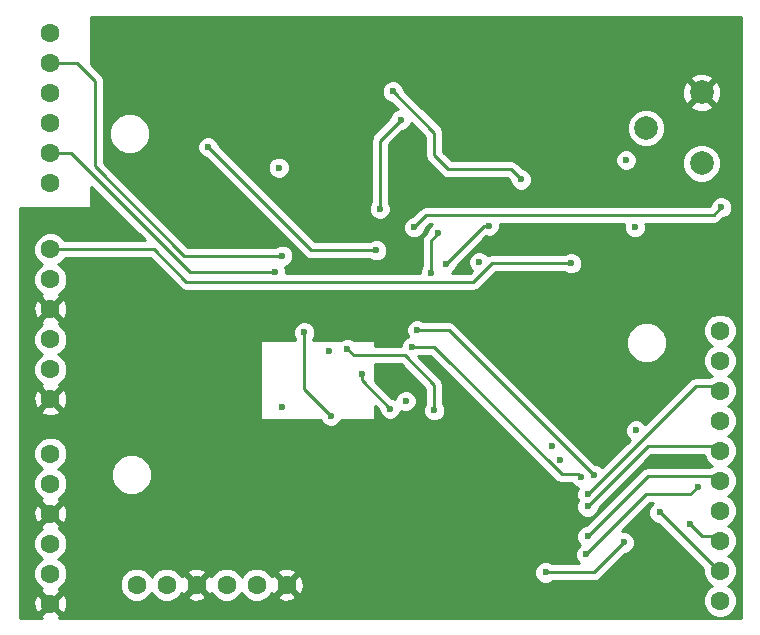
<source format=gbr>
G04 #@! TF.FileFunction,Copper,L4,Bot,Signal*
%FSLAX46Y46*%
G04 Gerber Fmt 4.6, Leading zero omitted, Abs format (unit mm)*
G04 Created by KiCad (PCBNEW 4.0.2-stable) date 3/8/2017 2:36:32 PM*
%MOMM*%
G01*
G04 APERTURE LIST*
%ADD10C,0.100000*%
%ADD11C,1.600000*%
%ADD12C,2.000000*%
%ADD13C,0.600000*%
%ADD14C,0.250000*%
%ADD15C,0.254000*%
G04 APERTURE END LIST*
D10*
D11*
X37000000Y-81800000D03*
X34460000Y-81800000D03*
X31920000Y-81800000D03*
X29380000Y-81800000D03*
X26840000Y-81800000D03*
X24300000Y-81800000D03*
X17000000Y-47800000D03*
X17000000Y-45260000D03*
X17000000Y-42720000D03*
X17000000Y-40180000D03*
X17000000Y-37640000D03*
X17000000Y-35100000D03*
X17000000Y-66100000D03*
X17000000Y-63560000D03*
X17000000Y-61020000D03*
X17000000Y-58480000D03*
X17000000Y-55940000D03*
X17000000Y-53400000D03*
X17000000Y-83400000D03*
X17000000Y-80860000D03*
X17000000Y-78320000D03*
X17000000Y-75780000D03*
X17000000Y-73240000D03*
X17000000Y-70700000D03*
X73700000Y-78080000D03*
X73700000Y-80620000D03*
X73700000Y-83160000D03*
X73700000Y-60300000D03*
X73700000Y-62840000D03*
X73700000Y-65380000D03*
X73700000Y-67920000D03*
X73700000Y-70460000D03*
X73700000Y-73000000D03*
X73700000Y-75540000D03*
D12*
X72136000Y-46132000D03*
X67436000Y-43132000D03*
X72136000Y-40132000D03*
D13*
X56850000Y-47500000D03*
X46000000Y-40050000D03*
X60150000Y-71250000D03*
X54600000Y-71250000D03*
X58750000Y-53700000D03*
X39850000Y-44250000D03*
X40600000Y-62000000D03*
X43600000Y-54500000D03*
X63100000Y-66750000D03*
X51650000Y-47650000D03*
X47250000Y-64550000D03*
X36350000Y-46500000D03*
X65750000Y-45850000D03*
X66500000Y-51550000D03*
X36600000Y-66800000D03*
X66600000Y-68750000D03*
X59436000Y-70104000D03*
X53300000Y-54500000D03*
X47100000Y-66250000D03*
X61100000Y-54600000D03*
X44600000Y-53500000D03*
X30350000Y-44750000D03*
X43350000Y-63950000D03*
X45750000Y-66900000D03*
X42150000Y-61850000D03*
X49500000Y-67050000D03*
X40750000Y-67500000D03*
X38500000Y-60450000D03*
X36050000Y-55350000D03*
X36650000Y-53950000D03*
X71120000Y-76708000D03*
X68580000Y-75692000D03*
X62484000Y-74168000D03*
X62350000Y-79250000D03*
X71850000Y-73500000D03*
X62484000Y-75184000D03*
X62484000Y-77724000D03*
X47800000Y-51550000D03*
X73800000Y-49850000D03*
X48050000Y-60250000D03*
X63000000Y-72500000D03*
X61900000Y-72700000D03*
X47650000Y-61650000D03*
X49200000Y-55400000D03*
X49850000Y-52050000D03*
X54150000Y-51400000D03*
X50500000Y-54650000D03*
X44900000Y-50000000D03*
X46650000Y-42450000D03*
X65532000Y-78232000D03*
X58928000Y-80772000D03*
D14*
X56000000Y-46650000D02*
X56850000Y-47500000D01*
X50700000Y-46650000D02*
X56000000Y-46650000D01*
X49500000Y-45450000D02*
X50700000Y-46650000D01*
X49500000Y-43550000D02*
X49500000Y-45450000D01*
X46000000Y-40050000D02*
X49500000Y-43550000D01*
X61100000Y-54600000D02*
X54400000Y-54600000D01*
X25740000Y-53400000D02*
X17000000Y-53400000D01*
X28530000Y-56190000D02*
X25740000Y-53400000D01*
X52810000Y-56190000D02*
X28530000Y-56190000D01*
X54400000Y-54600000D02*
X52810000Y-56190000D01*
X17000000Y-61020000D02*
X17000000Y-61000000D01*
X39100000Y-53500000D02*
X44600000Y-53500000D01*
X30350000Y-44750000D02*
X39100000Y-53500000D01*
X43350000Y-64500000D02*
X43350000Y-63950000D01*
X45750000Y-66900000D02*
X43350000Y-64500000D01*
X42700000Y-62400000D02*
X42150000Y-61850000D01*
X47000000Y-62400000D02*
X42700000Y-62400000D01*
X49500000Y-64900000D02*
X47000000Y-62400000D01*
X49500000Y-66000000D02*
X49500000Y-64900000D01*
X49500000Y-67050000D02*
X49500000Y-66000000D01*
X40750000Y-67500000D02*
X38500000Y-65250000D01*
X38500000Y-65250000D02*
X38500000Y-60450000D01*
X17000000Y-45260000D02*
X18710000Y-45260000D01*
X28800000Y-55350000D02*
X36050000Y-55350000D01*
X18710000Y-45260000D02*
X28800000Y-55350000D01*
X17000000Y-37640000D02*
X19290000Y-37640000D01*
X28350000Y-53950000D02*
X36650000Y-53950000D01*
X20800000Y-46400000D02*
X28350000Y-53950000D01*
X20800000Y-39150000D02*
X20800000Y-46400000D01*
X19290000Y-37640000D02*
X20800000Y-39150000D01*
X72136000Y-77724000D02*
X73660000Y-77724000D01*
X71120000Y-76708000D02*
X72136000Y-77724000D01*
X68580000Y-75692000D02*
X73152000Y-80264000D01*
X73152000Y-80264000D02*
X73660000Y-80264000D01*
X71628000Y-65024000D02*
X73660000Y-65024000D01*
X62484000Y-74168000D02*
X71628000Y-65024000D01*
X68850000Y-74168000D02*
X68580000Y-74168000D01*
X62350000Y-79250000D02*
X67432000Y-74168000D01*
X68580000Y-74168000D02*
X67432000Y-74168000D01*
X71850000Y-73500000D02*
X71182000Y-74168000D01*
X71182000Y-74168000D02*
X68850000Y-74168000D01*
X68850000Y-74168000D02*
X68768000Y-74168000D01*
X67564000Y-70104000D02*
X73660000Y-70104000D01*
X62484000Y-75184000D02*
X67564000Y-70104000D01*
X67564000Y-72644000D02*
X73660000Y-72644000D01*
X62484000Y-77724000D02*
X67564000Y-72644000D01*
X48850000Y-50500000D02*
X47800000Y-51550000D01*
X73150000Y-50500000D02*
X48850000Y-50500000D01*
X73800000Y-49850000D02*
X73150000Y-50500000D01*
X50750000Y-60250000D02*
X48050000Y-60250000D01*
X63000000Y-72500000D02*
X50750000Y-60250000D01*
X61900000Y-72700000D02*
X61650000Y-72450000D01*
X61650000Y-72450000D02*
X60300000Y-72450000D01*
X60300000Y-72450000D02*
X49500000Y-61650000D01*
X49500000Y-61650000D02*
X47650000Y-61650000D01*
X49200000Y-52700000D02*
X49200000Y-55400000D01*
X49850000Y-52050000D02*
X49200000Y-52700000D01*
X53750000Y-51400000D02*
X54150000Y-51400000D01*
X50500000Y-54650000D02*
X53750000Y-51400000D01*
X44900000Y-44200000D02*
X44900000Y-50000000D01*
X46650000Y-42450000D02*
X44900000Y-44200000D01*
X65532000Y-78232000D02*
X62992000Y-80772000D01*
X62992000Y-80772000D02*
X58928000Y-80772000D01*
D15*
G36*
X75473000Y-84659000D02*
X17741606Y-84659000D01*
X17754005Y-84653864D01*
X17828139Y-84407745D01*
X17000000Y-83579605D01*
X16171861Y-84407745D01*
X16245995Y-84653864D01*
X16260284Y-84659000D01*
X14401000Y-84659000D01*
X14401000Y-83183223D01*
X15553035Y-83183223D01*
X15580222Y-83753454D01*
X15746136Y-84154005D01*
X15992255Y-84228139D01*
X16820395Y-83400000D01*
X17179605Y-83400000D01*
X18007745Y-84228139D01*
X18253864Y-84154005D01*
X18446965Y-83616777D01*
X18419778Y-83046546D01*
X18253864Y-82645995D01*
X18007745Y-82571861D01*
X17179605Y-83400000D01*
X16820395Y-83400000D01*
X15992255Y-82571861D01*
X15746136Y-82645995D01*
X15553035Y-83183223D01*
X14401000Y-83183223D01*
X14401000Y-78604187D01*
X15564752Y-78604187D01*
X15782757Y-79131800D01*
X16186077Y-79535824D01*
X16316215Y-79589862D01*
X16188200Y-79642757D01*
X15784176Y-80046077D01*
X15565250Y-80573309D01*
X15564752Y-81144187D01*
X15782757Y-81671800D01*
X16186077Y-82075824D01*
X16300768Y-82123448D01*
X16245995Y-82146136D01*
X16171861Y-82392255D01*
X17000000Y-83220395D01*
X17828139Y-82392255D01*
X17754005Y-82146136D01*
X17695746Y-82125195D01*
X17794994Y-82084187D01*
X22864752Y-82084187D01*
X23082757Y-82611800D01*
X23486077Y-83015824D01*
X24013309Y-83234750D01*
X24584187Y-83235248D01*
X25111800Y-83017243D01*
X25515824Y-82613923D01*
X25569862Y-82483785D01*
X25622757Y-82611800D01*
X26026077Y-83015824D01*
X26553309Y-83234750D01*
X27124187Y-83235248D01*
X27651800Y-83017243D01*
X27861663Y-82807745D01*
X28551861Y-82807745D01*
X28625995Y-83053864D01*
X29163223Y-83246965D01*
X29733454Y-83219778D01*
X30134005Y-83053864D01*
X30208139Y-82807745D01*
X29380000Y-81979605D01*
X28551861Y-82807745D01*
X27861663Y-82807745D01*
X28055824Y-82613923D01*
X28103448Y-82499232D01*
X28126136Y-82554005D01*
X28372255Y-82628139D01*
X29200395Y-81800000D01*
X29559605Y-81800000D01*
X30387745Y-82628139D01*
X30633864Y-82554005D01*
X30654805Y-82495746D01*
X30702757Y-82611800D01*
X31106077Y-83015824D01*
X31633309Y-83234750D01*
X32204187Y-83235248D01*
X32731800Y-83017243D01*
X33135824Y-82613923D01*
X33189862Y-82483785D01*
X33242757Y-82611800D01*
X33646077Y-83015824D01*
X34173309Y-83234750D01*
X34744187Y-83235248D01*
X35271800Y-83017243D01*
X35481663Y-82807745D01*
X36171861Y-82807745D01*
X36245995Y-83053864D01*
X36783223Y-83246965D01*
X37353454Y-83219778D01*
X37754005Y-83053864D01*
X37828139Y-82807745D01*
X37000000Y-81979605D01*
X36171861Y-82807745D01*
X35481663Y-82807745D01*
X35675824Y-82613923D01*
X35723448Y-82499232D01*
X35746136Y-82554005D01*
X35992255Y-82628139D01*
X36820395Y-81800000D01*
X37179605Y-81800000D01*
X38007745Y-82628139D01*
X38253864Y-82554005D01*
X38446965Y-82016777D01*
X38419778Y-81446546D01*
X38253864Y-81045995D01*
X38007745Y-80971861D01*
X37179605Y-81800000D01*
X36820395Y-81800000D01*
X35992255Y-80971861D01*
X35746136Y-81045995D01*
X35725195Y-81104254D01*
X35677243Y-80988200D01*
X35481640Y-80792255D01*
X36171861Y-80792255D01*
X37000000Y-81620395D01*
X37828139Y-80792255D01*
X37754005Y-80546136D01*
X37216777Y-80353035D01*
X36646546Y-80380222D01*
X36245995Y-80546136D01*
X36171861Y-80792255D01*
X35481640Y-80792255D01*
X35273923Y-80584176D01*
X34746691Y-80365250D01*
X34175813Y-80364752D01*
X33648200Y-80582757D01*
X33244176Y-80986077D01*
X33190138Y-81116215D01*
X33137243Y-80988200D01*
X32733923Y-80584176D01*
X32206691Y-80365250D01*
X31635813Y-80364752D01*
X31108200Y-80582757D01*
X30704176Y-80986077D01*
X30656552Y-81100768D01*
X30633864Y-81045995D01*
X30387745Y-80971861D01*
X29559605Y-81800000D01*
X29200395Y-81800000D01*
X28372255Y-80971861D01*
X28126136Y-81045995D01*
X28105195Y-81104254D01*
X28057243Y-80988200D01*
X27861640Y-80792255D01*
X28551861Y-80792255D01*
X29380000Y-81620395D01*
X30208139Y-80792255D01*
X30134005Y-80546136D01*
X29596777Y-80353035D01*
X29026546Y-80380222D01*
X28625995Y-80546136D01*
X28551861Y-80792255D01*
X27861640Y-80792255D01*
X27653923Y-80584176D01*
X27126691Y-80365250D01*
X26555813Y-80364752D01*
X26028200Y-80582757D01*
X25624176Y-80986077D01*
X25570138Y-81116215D01*
X25517243Y-80988200D01*
X25113923Y-80584176D01*
X24586691Y-80365250D01*
X24015813Y-80364752D01*
X23488200Y-80582757D01*
X23084176Y-80986077D01*
X22865250Y-81513309D01*
X22864752Y-82084187D01*
X17794994Y-82084187D01*
X17811800Y-82077243D01*
X18215824Y-81673923D01*
X18434750Y-81146691D01*
X18435248Y-80575813D01*
X18217243Y-80048200D01*
X17813923Y-79644176D01*
X17683785Y-79590138D01*
X17811800Y-79537243D01*
X18215824Y-79133923D01*
X18434750Y-78606691D01*
X18435248Y-78035813D01*
X18217243Y-77508200D01*
X17813923Y-77104176D01*
X17699232Y-77056552D01*
X17754005Y-77033864D01*
X17828139Y-76787745D01*
X17000000Y-75959605D01*
X16171861Y-76787745D01*
X16245995Y-77033864D01*
X16304254Y-77054805D01*
X16188200Y-77102757D01*
X15784176Y-77506077D01*
X15565250Y-78033309D01*
X15564752Y-78604187D01*
X14401000Y-78604187D01*
X14401000Y-75563223D01*
X15553035Y-75563223D01*
X15580222Y-76133454D01*
X15746136Y-76534005D01*
X15992255Y-76608139D01*
X16820395Y-75780000D01*
X17179605Y-75780000D01*
X18007745Y-76608139D01*
X18253864Y-76534005D01*
X18446965Y-75996777D01*
X18419778Y-75426546D01*
X18253864Y-75025995D01*
X18007745Y-74951861D01*
X17179605Y-75780000D01*
X16820395Y-75780000D01*
X15992255Y-74951861D01*
X15746136Y-75025995D01*
X15553035Y-75563223D01*
X14401000Y-75563223D01*
X14401000Y-70984187D01*
X15564752Y-70984187D01*
X15782757Y-71511800D01*
X16186077Y-71915824D01*
X16316215Y-71969862D01*
X16188200Y-72022757D01*
X15784176Y-72426077D01*
X15565250Y-72953309D01*
X15564752Y-73524187D01*
X15782757Y-74051800D01*
X16186077Y-74455824D01*
X16300768Y-74503448D01*
X16245995Y-74526136D01*
X16171861Y-74772255D01*
X17000000Y-75600395D01*
X17828139Y-74772255D01*
X17754005Y-74526136D01*
X17695746Y-74505195D01*
X17811800Y-74457243D01*
X18215824Y-74053923D01*
X18434750Y-73526691D01*
X18435248Y-72955813D01*
X18388883Y-72843599D01*
X22114699Y-72843599D01*
X22378281Y-73481515D01*
X22865918Y-73970004D01*
X23503373Y-74234699D01*
X24193599Y-74235301D01*
X24831515Y-73971719D01*
X25320004Y-73484082D01*
X25584699Y-72846627D01*
X25585301Y-72156401D01*
X25321719Y-71518485D01*
X24834082Y-71029996D01*
X24196627Y-70765301D01*
X23506401Y-70764699D01*
X22868485Y-71028281D01*
X22379996Y-71515918D01*
X22115301Y-72153373D01*
X22114699Y-72843599D01*
X18388883Y-72843599D01*
X18217243Y-72428200D01*
X17813923Y-72024176D01*
X17683785Y-71970138D01*
X17811800Y-71917243D01*
X18215824Y-71513923D01*
X18434750Y-70986691D01*
X18435248Y-70415813D01*
X18217243Y-69888200D01*
X17813923Y-69484176D01*
X17286691Y-69265250D01*
X16715813Y-69264752D01*
X16188200Y-69482757D01*
X15784176Y-69886077D01*
X15565250Y-70413309D01*
X15564752Y-70984187D01*
X14401000Y-70984187D01*
X14401000Y-67107745D01*
X16171861Y-67107745D01*
X16245995Y-67353864D01*
X16783223Y-67546965D01*
X17353454Y-67519778D01*
X17754005Y-67353864D01*
X17828139Y-67107745D01*
X17000000Y-66279605D01*
X16171861Y-67107745D01*
X14401000Y-67107745D01*
X14401000Y-65883223D01*
X15553035Y-65883223D01*
X15580222Y-66453454D01*
X15746136Y-66854005D01*
X15992255Y-66928139D01*
X16820395Y-66100000D01*
X17179605Y-66100000D01*
X18007745Y-66928139D01*
X18253864Y-66854005D01*
X18446965Y-66316777D01*
X18419778Y-65746546D01*
X18253864Y-65345995D01*
X18007745Y-65271861D01*
X17179605Y-66100000D01*
X16820395Y-66100000D01*
X15992255Y-65271861D01*
X15746136Y-65345995D01*
X15553035Y-65883223D01*
X14401000Y-65883223D01*
X14401000Y-61304187D01*
X15564752Y-61304187D01*
X15782757Y-61831800D01*
X16186077Y-62235824D01*
X16316215Y-62289862D01*
X16188200Y-62342757D01*
X15784176Y-62746077D01*
X15565250Y-63273309D01*
X15564752Y-63844187D01*
X15782757Y-64371800D01*
X16186077Y-64775824D01*
X16300768Y-64823448D01*
X16245995Y-64846136D01*
X16171861Y-65092255D01*
X17000000Y-65920395D01*
X17828139Y-65092255D01*
X17754005Y-64846136D01*
X17695746Y-64825195D01*
X17811800Y-64777243D01*
X18215824Y-64373923D01*
X18434750Y-63846691D01*
X18435248Y-63275813D01*
X18217243Y-62748200D01*
X17813923Y-62344176D01*
X17683785Y-62290138D01*
X17811800Y-62237243D01*
X18215824Y-61833923D01*
X18434750Y-61306691D01*
X18434799Y-61250000D01*
X34723000Y-61250000D01*
X34723000Y-67750000D01*
X34733006Y-67799410D01*
X34761447Y-67841035D01*
X34803841Y-67868315D01*
X34850000Y-67877000D01*
X39894102Y-67877000D01*
X39956883Y-68028943D01*
X40219673Y-68292192D01*
X40563201Y-68434838D01*
X40935167Y-68435162D01*
X41278943Y-68293117D01*
X41542192Y-68030327D01*
X41605859Y-67877000D01*
X44350000Y-67877000D01*
X44399410Y-67866994D01*
X44441035Y-67838553D01*
X44468315Y-67796159D01*
X44477000Y-67750000D01*
X44477000Y-66701802D01*
X44814878Y-67039680D01*
X44814838Y-67085167D01*
X44956883Y-67428943D01*
X45219673Y-67692192D01*
X45563201Y-67834838D01*
X45935167Y-67835162D01*
X46278943Y-67693117D01*
X46542192Y-67430327D01*
X46683700Y-67089540D01*
X46913201Y-67184838D01*
X47285167Y-67185162D01*
X47628943Y-67043117D01*
X47892192Y-66780327D01*
X48034838Y-66436799D01*
X48035162Y-66064833D01*
X47893117Y-65721057D01*
X47630327Y-65457808D01*
X47286799Y-65315162D01*
X46914833Y-65314838D01*
X46571057Y-65456883D01*
X46307808Y-65719673D01*
X46166300Y-66060460D01*
X45936799Y-65965162D01*
X45889923Y-65965121D01*
X44477000Y-64552198D01*
X44477000Y-63160000D01*
X46685198Y-63160000D01*
X48740000Y-65214802D01*
X48740000Y-66487537D01*
X48707808Y-66519673D01*
X48565162Y-66863201D01*
X48564838Y-67235167D01*
X48706883Y-67578943D01*
X48969673Y-67842192D01*
X49313201Y-67984838D01*
X49685167Y-67985162D01*
X50028943Y-67843117D01*
X50292192Y-67580327D01*
X50434838Y-67236799D01*
X50435162Y-66864833D01*
X50293117Y-66521057D01*
X50260000Y-66487882D01*
X50260000Y-64900000D01*
X50202148Y-64609161D01*
X50037401Y-64362599D01*
X48135761Y-62460959D01*
X48178943Y-62443117D01*
X48212118Y-62410000D01*
X49185198Y-62410000D01*
X59762599Y-72987401D01*
X60009160Y-73152148D01*
X60057414Y-73161746D01*
X60300000Y-73210000D01*
X61099056Y-73210000D01*
X61106883Y-73228943D01*
X61369673Y-73492192D01*
X61700098Y-73629397D01*
X61691808Y-73637673D01*
X61549162Y-73981201D01*
X61548838Y-74353167D01*
X61682383Y-74676371D01*
X61549162Y-74997201D01*
X61548838Y-75369167D01*
X61690883Y-75712943D01*
X61953673Y-75976192D01*
X62297201Y-76118838D01*
X62669167Y-76119162D01*
X63012943Y-75977117D01*
X63276192Y-75714327D01*
X63418838Y-75370799D01*
X63418879Y-75323923D01*
X67878802Y-70864000D01*
X72314258Y-70864000D01*
X72482757Y-71271800D01*
X72886077Y-71675824D01*
X73016215Y-71729862D01*
X72888200Y-71782757D01*
X72786780Y-71884000D01*
X67564000Y-71884000D01*
X67273161Y-71941852D01*
X67026599Y-72106599D01*
X62344320Y-76788878D01*
X62298833Y-76788838D01*
X61955057Y-76930883D01*
X61691808Y-77193673D01*
X61549162Y-77537201D01*
X61548838Y-77909167D01*
X61690883Y-78252943D01*
X61873030Y-78435408D01*
X61821057Y-78456883D01*
X61557808Y-78719673D01*
X61415162Y-79063201D01*
X61414838Y-79435167D01*
X61556883Y-79778943D01*
X61789534Y-80012000D01*
X59490463Y-80012000D01*
X59458327Y-79979808D01*
X59114799Y-79837162D01*
X58742833Y-79836838D01*
X58399057Y-79978883D01*
X58135808Y-80241673D01*
X57993162Y-80585201D01*
X57992838Y-80957167D01*
X58134883Y-81300943D01*
X58397673Y-81564192D01*
X58741201Y-81706838D01*
X59113167Y-81707162D01*
X59456943Y-81565117D01*
X59490118Y-81532000D01*
X62992000Y-81532000D01*
X63282839Y-81474148D01*
X63529401Y-81309401D01*
X65671680Y-79167122D01*
X65717167Y-79167162D01*
X66060943Y-79025117D01*
X66324192Y-78762327D01*
X66466838Y-78418799D01*
X66467162Y-78046833D01*
X66325117Y-77703057D01*
X66062327Y-77439808D01*
X65718799Y-77297162D01*
X65377937Y-77296865D01*
X67746802Y-74928000D01*
X68021889Y-74928000D01*
X67787808Y-75161673D01*
X67645162Y-75505201D01*
X67644838Y-75877167D01*
X67786883Y-76220943D01*
X68049673Y-76484192D01*
X68393201Y-76626838D01*
X68440077Y-76626879D01*
X72265147Y-80451949D01*
X72264752Y-80904187D01*
X72482757Y-81431800D01*
X72886077Y-81835824D01*
X73016215Y-81889862D01*
X72888200Y-81942757D01*
X72484176Y-82346077D01*
X72265250Y-82873309D01*
X72264752Y-83444187D01*
X72482757Y-83971800D01*
X72886077Y-84375824D01*
X73413309Y-84594750D01*
X73984187Y-84595248D01*
X74511800Y-84377243D01*
X74915824Y-83973923D01*
X75134750Y-83446691D01*
X75135248Y-82875813D01*
X74917243Y-82348200D01*
X74513923Y-81944176D01*
X74383785Y-81890138D01*
X74511800Y-81837243D01*
X74915824Y-81433923D01*
X75134750Y-80906691D01*
X75135248Y-80335813D01*
X74917243Y-79808200D01*
X74513923Y-79404176D01*
X74383785Y-79350138D01*
X74511800Y-79297243D01*
X74915824Y-78893923D01*
X75134750Y-78366691D01*
X75135248Y-77795813D01*
X74917243Y-77268200D01*
X74513923Y-76864176D01*
X74383785Y-76810138D01*
X74511800Y-76757243D01*
X74915824Y-76353923D01*
X75134750Y-75826691D01*
X75135248Y-75255813D01*
X74917243Y-74728200D01*
X74513923Y-74324176D01*
X74383785Y-74270138D01*
X74511800Y-74217243D01*
X74915824Y-73813923D01*
X75134750Y-73286691D01*
X75135248Y-72715813D01*
X74917243Y-72188200D01*
X74513923Y-71784176D01*
X74383785Y-71730138D01*
X74511800Y-71677243D01*
X74915824Y-71273923D01*
X75134750Y-70746691D01*
X75135248Y-70175813D01*
X74917243Y-69648200D01*
X74513923Y-69244176D01*
X74383785Y-69190138D01*
X74511800Y-69137243D01*
X74915824Y-68733923D01*
X75134750Y-68206691D01*
X75135248Y-67635813D01*
X74917243Y-67108200D01*
X74513923Y-66704176D01*
X74383785Y-66650138D01*
X74511800Y-66597243D01*
X74915824Y-66193923D01*
X75134750Y-65666691D01*
X75135248Y-65095813D01*
X74917243Y-64568200D01*
X74513923Y-64164176D01*
X74383785Y-64110138D01*
X74511800Y-64057243D01*
X74915824Y-63653923D01*
X75134750Y-63126691D01*
X75135248Y-62555813D01*
X74917243Y-62028200D01*
X74513923Y-61624176D01*
X74383785Y-61570138D01*
X74511800Y-61517243D01*
X74915824Y-61113923D01*
X75134750Y-60586691D01*
X75135248Y-60015813D01*
X74917243Y-59488200D01*
X74513923Y-59084176D01*
X73986691Y-58865250D01*
X73415813Y-58864752D01*
X72888200Y-59082757D01*
X72484176Y-59486077D01*
X72265250Y-60013309D01*
X72264752Y-60584187D01*
X72482757Y-61111800D01*
X72886077Y-61515824D01*
X73016215Y-61569862D01*
X72888200Y-61622757D01*
X72484176Y-62026077D01*
X72265250Y-62553309D01*
X72264752Y-63124187D01*
X72482757Y-63651800D01*
X72886077Y-64055824D01*
X73016215Y-64109862D01*
X72888200Y-64162757D01*
X72786780Y-64264000D01*
X71628000Y-64264000D01*
X71337161Y-64321852D01*
X71090599Y-64486599D01*
X67374645Y-68202553D01*
X67130327Y-67957808D01*
X66786799Y-67815162D01*
X66414833Y-67814838D01*
X66071057Y-67956883D01*
X65807808Y-68219673D01*
X65665162Y-68563201D01*
X65664838Y-68935167D01*
X65806883Y-69278943D01*
X66052355Y-69524843D01*
X63699711Y-71877487D01*
X63530327Y-71707808D01*
X63186799Y-71565162D01*
X63139923Y-71565121D01*
X53248401Y-61673599D01*
X65744699Y-61673599D01*
X66008281Y-62311515D01*
X66495918Y-62800004D01*
X67133373Y-63064699D01*
X67823599Y-63065301D01*
X68461515Y-62801719D01*
X68950004Y-62314082D01*
X69214699Y-61676627D01*
X69215301Y-60986401D01*
X68951719Y-60348485D01*
X68464082Y-59859996D01*
X67826627Y-59595301D01*
X67136401Y-59594699D01*
X66498485Y-59858281D01*
X66009996Y-60345918D01*
X65745301Y-60983373D01*
X65744699Y-61673599D01*
X53248401Y-61673599D01*
X51287401Y-59712599D01*
X51040839Y-59547852D01*
X50750000Y-59490000D01*
X48612463Y-59490000D01*
X48580327Y-59457808D01*
X48236799Y-59315162D01*
X47864833Y-59314838D01*
X47521057Y-59456883D01*
X47257808Y-59719673D01*
X47115162Y-60063201D01*
X47114838Y-60435167D01*
X47256883Y-60778943D01*
X47272303Y-60794390D01*
X47121057Y-60856883D01*
X46857808Y-61119673D01*
X46715162Y-61463201D01*
X46715008Y-61640000D01*
X44477000Y-61640000D01*
X44477000Y-61250000D01*
X44466994Y-61200590D01*
X44438553Y-61158965D01*
X44396159Y-61131685D01*
X44350000Y-61123000D01*
X42745405Y-61123000D01*
X42680327Y-61057808D01*
X42336799Y-60915162D01*
X41964833Y-60914838D01*
X41621057Y-61056883D01*
X41554825Y-61123000D01*
X39260000Y-61123000D01*
X39260000Y-61012463D01*
X39292192Y-60980327D01*
X39434838Y-60636799D01*
X39435162Y-60264833D01*
X39293117Y-59921057D01*
X39030327Y-59657808D01*
X38686799Y-59515162D01*
X38314833Y-59514838D01*
X37971057Y-59656883D01*
X37707808Y-59919673D01*
X37565162Y-60263201D01*
X37564838Y-60635167D01*
X37706883Y-60978943D01*
X37740000Y-61012118D01*
X37740000Y-61123000D01*
X34850000Y-61123000D01*
X34800590Y-61133006D01*
X34758965Y-61161447D01*
X34731685Y-61203841D01*
X34723000Y-61250000D01*
X18434799Y-61250000D01*
X18435248Y-60735813D01*
X18217243Y-60208200D01*
X17813923Y-59804176D01*
X17699232Y-59756552D01*
X17754005Y-59733864D01*
X17828139Y-59487745D01*
X17000000Y-58659605D01*
X16171861Y-59487745D01*
X16245995Y-59733864D01*
X16304254Y-59754805D01*
X16188200Y-59802757D01*
X15784176Y-60206077D01*
X15565250Y-60733309D01*
X15564752Y-61304187D01*
X14401000Y-61304187D01*
X14401000Y-58263223D01*
X15553035Y-58263223D01*
X15580222Y-58833454D01*
X15746136Y-59234005D01*
X15992255Y-59308139D01*
X16820395Y-58480000D01*
X17179605Y-58480000D01*
X18007745Y-59308139D01*
X18253864Y-59234005D01*
X18446965Y-58696777D01*
X18419778Y-58126546D01*
X18253864Y-57725995D01*
X18007745Y-57651861D01*
X17179605Y-58480000D01*
X16820395Y-58480000D01*
X15992255Y-57651861D01*
X15746136Y-57725995D01*
X15553035Y-58263223D01*
X14401000Y-58263223D01*
X14401000Y-49877000D01*
X20350000Y-49877000D01*
X20399410Y-49866994D01*
X20441035Y-49838553D01*
X20468315Y-49796159D01*
X20477000Y-49750000D01*
X20477000Y-48101802D01*
X25015198Y-52640000D01*
X18238646Y-52640000D01*
X18217243Y-52588200D01*
X17813923Y-52184176D01*
X17286691Y-51965250D01*
X16715813Y-51964752D01*
X16188200Y-52182757D01*
X15784176Y-52586077D01*
X15565250Y-53113309D01*
X15564752Y-53684187D01*
X15782757Y-54211800D01*
X16186077Y-54615824D01*
X16316215Y-54669862D01*
X16188200Y-54722757D01*
X15784176Y-55126077D01*
X15565250Y-55653309D01*
X15564752Y-56224187D01*
X15782757Y-56751800D01*
X16186077Y-57155824D01*
X16300768Y-57203448D01*
X16245995Y-57226136D01*
X16171861Y-57472255D01*
X17000000Y-58300395D01*
X17828139Y-57472255D01*
X17754005Y-57226136D01*
X17695746Y-57205195D01*
X17811800Y-57157243D01*
X18215824Y-56753923D01*
X18434750Y-56226691D01*
X18435248Y-55655813D01*
X18217243Y-55128200D01*
X17813923Y-54724176D01*
X17683785Y-54670138D01*
X17811800Y-54617243D01*
X18215824Y-54213923D01*
X18238215Y-54160000D01*
X25425198Y-54160000D01*
X27992599Y-56727401D01*
X28239161Y-56892148D01*
X28530000Y-56950000D01*
X52810000Y-56950000D01*
X53100839Y-56892148D01*
X53347401Y-56727401D01*
X54714802Y-55360000D01*
X60537537Y-55360000D01*
X60569673Y-55392192D01*
X60913201Y-55534838D01*
X61285167Y-55535162D01*
X61628943Y-55393117D01*
X61892192Y-55130327D01*
X62034838Y-54786799D01*
X62035162Y-54414833D01*
X61893117Y-54071057D01*
X61630327Y-53807808D01*
X61286799Y-53665162D01*
X60914833Y-53664838D01*
X60571057Y-53806883D01*
X60537882Y-53840000D01*
X54400000Y-53840000D01*
X54109161Y-53897852D01*
X54055699Y-53933574D01*
X53830327Y-53707808D01*
X53486799Y-53565162D01*
X53114833Y-53564838D01*
X52771057Y-53706883D01*
X52507808Y-53969673D01*
X52365162Y-54313201D01*
X52364838Y-54685167D01*
X52506883Y-55028943D01*
X52701399Y-55223799D01*
X52495198Y-55430000D01*
X51042083Y-55430000D01*
X51292192Y-55180327D01*
X51434838Y-54836799D01*
X51434879Y-54789923D01*
X53911452Y-52313350D01*
X53963201Y-52334838D01*
X54335167Y-52335162D01*
X54678943Y-52193117D01*
X54942192Y-51930327D01*
X55084838Y-51586799D01*
X55085123Y-51260000D01*
X65608015Y-51260000D01*
X65565162Y-51363201D01*
X65564838Y-51735167D01*
X65706883Y-52078943D01*
X65969673Y-52342192D01*
X66313201Y-52484838D01*
X66685167Y-52485162D01*
X67028943Y-52343117D01*
X67292192Y-52080327D01*
X67434838Y-51736799D01*
X67435162Y-51364833D01*
X67391846Y-51260000D01*
X73150000Y-51260000D01*
X73440839Y-51202148D01*
X73687401Y-51037401D01*
X73939680Y-50785122D01*
X73985167Y-50785162D01*
X74328943Y-50643117D01*
X74592192Y-50380327D01*
X74734838Y-50036799D01*
X74735162Y-49664833D01*
X74593117Y-49321057D01*
X74330327Y-49057808D01*
X73986799Y-48915162D01*
X73614833Y-48914838D01*
X73271057Y-49056883D01*
X73007808Y-49319673D01*
X72865162Y-49663201D01*
X72865121Y-49710077D01*
X72835198Y-49740000D01*
X48850000Y-49740000D01*
X48559160Y-49797852D01*
X48312599Y-49962599D01*
X47660320Y-50614878D01*
X47614833Y-50614838D01*
X47271057Y-50756883D01*
X47007808Y-51019673D01*
X46865162Y-51363201D01*
X46864838Y-51735167D01*
X47006883Y-52078943D01*
X47269673Y-52342192D01*
X47613201Y-52484838D01*
X47985167Y-52485162D01*
X48328943Y-52343117D01*
X48592192Y-52080327D01*
X48734838Y-51736799D01*
X48734879Y-51689923D01*
X49164802Y-51260000D01*
X49317935Y-51260000D01*
X49057808Y-51519673D01*
X48915162Y-51863201D01*
X48915121Y-51910077D01*
X48662599Y-52162599D01*
X48497852Y-52409161D01*
X48440000Y-52700000D01*
X48440000Y-54837537D01*
X48407808Y-54869673D01*
X48265162Y-55213201D01*
X48264973Y-55430000D01*
X36984931Y-55430000D01*
X36985162Y-55164833D01*
X36864583Y-54873008D01*
X37178943Y-54743117D01*
X37442192Y-54480327D01*
X37584838Y-54136799D01*
X37585162Y-53764833D01*
X37443117Y-53421057D01*
X37180327Y-53157808D01*
X36836799Y-53015162D01*
X36464833Y-53014838D01*
X36121057Y-53156883D01*
X36087882Y-53190000D01*
X28664802Y-53190000D01*
X21560000Y-46085198D01*
X21560000Y-43953599D01*
X21984699Y-43953599D01*
X22248281Y-44591515D01*
X22735918Y-45080004D01*
X23373373Y-45344699D01*
X24063599Y-45345301D01*
X24701515Y-45081719D01*
X24848323Y-44935167D01*
X29414838Y-44935167D01*
X29556883Y-45278943D01*
X29819673Y-45542192D01*
X30163201Y-45684838D01*
X30210077Y-45684879D01*
X38562599Y-54037401D01*
X38809161Y-54202148D01*
X39100000Y-54260000D01*
X44037537Y-54260000D01*
X44069673Y-54292192D01*
X44413201Y-54434838D01*
X44785167Y-54435162D01*
X45128943Y-54293117D01*
X45392192Y-54030327D01*
X45534838Y-53686799D01*
X45535162Y-53314833D01*
X45393117Y-52971057D01*
X45130327Y-52707808D01*
X44786799Y-52565162D01*
X44414833Y-52564838D01*
X44071057Y-52706883D01*
X44037882Y-52740000D01*
X39414802Y-52740000D01*
X36859969Y-50185167D01*
X43964838Y-50185167D01*
X44106883Y-50528943D01*
X44369673Y-50792192D01*
X44713201Y-50934838D01*
X45085167Y-50935162D01*
X45428943Y-50793117D01*
X45692192Y-50530327D01*
X45834838Y-50186799D01*
X45835162Y-49814833D01*
X45693117Y-49471057D01*
X45660000Y-49437882D01*
X45660000Y-44514802D01*
X46789680Y-43385122D01*
X46835167Y-43385162D01*
X47178943Y-43243117D01*
X47442192Y-42980327D01*
X47563466Y-42688268D01*
X48740000Y-43864802D01*
X48740000Y-45450000D01*
X48797852Y-45740839D01*
X48962599Y-45987401D01*
X50162599Y-47187401D01*
X50409160Y-47352148D01*
X50700000Y-47410000D01*
X55685198Y-47410000D01*
X55914878Y-47639680D01*
X55914838Y-47685167D01*
X56056883Y-48028943D01*
X56319673Y-48292192D01*
X56663201Y-48434838D01*
X57035167Y-48435162D01*
X57378943Y-48293117D01*
X57642192Y-48030327D01*
X57784838Y-47686799D01*
X57785162Y-47314833D01*
X57643117Y-46971057D01*
X57380327Y-46707808D01*
X57036799Y-46565162D01*
X56989923Y-46565121D01*
X56537401Y-46112599D01*
X56421516Y-46035167D01*
X64814838Y-46035167D01*
X64956883Y-46378943D01*
X65219673Y-46642192D01*
X65563201Y-46784838D01*
X65935167Y-46785162D01*
X66278943Y-46643117D01*
X66466592Y-46455795D01*
X70500716Y-46455795D01*
X70749106Y-47056943D01*
X71208637Y-47517278D01*
X71809352Y-47766716D01*
X72459795Y-47767284D01*
X73060943Y-47518894D01*
X73521278Y-47059363D01*
X73770716Y-46458648D01*
X73771284Y-45808205D01*
X73522894Y-45207057D01*
X73063363Y-44746722D01*
X72462648Y-44497284D01*
X71812205Y-44496716D01*
X71211057Y-44745106D01*
X70750722Y-45204637D01*
X70501284Y-45805352D01*
X70500716Y-46455795D01*
X66466592Y-46455795D01*
X66542192Y-46380327D01*
X66684838Y-46036799D01*
X66685162Y-45664833D01*
X66543117Y-45321057D01*
X66280327Y-45057808D01*
X65936799Y-44915162D01*
X65564833Y-44914838D01*
X65221057Y-45056883D01*
X64957808Y-45319673D01*
X64815162Y-45663201D01*
X64814838Y-46035167D01*
X56421516Y-46035167D01*
X56290839Y-45947852D01*
X56000000Y-45890000D01*
X51014802Y-45890000D01*
X50260000Y-45135198D01*
X50260000Y-43550000D01*
X50241262Y-43455795D01*
X65800716Y-43455795D01*
X66049106Y-44056943D01*
X66508637Y-44517278D01*
X67109352Y-44766716D01*
X67759795Y-44767284D01*
X68360943Y-44518894D01*
X68821278Y-44059363D01*
X69070716Y-43458648D01*
X69071284Y-42808205D01*
X68822894Y-42207057D01*
X68363363Y-41746722D01*
X67762648Y-41497284D01*
X67112205Y-41496716D01*
X66511057Y-41745106D01*
X66050722Y-42204637D01*
X65801284Y-42805352D01*
X65800716Y-43455795D01*
X50241262Y-43455795D01*
X50202148Y-43259161D01*
X50202148Y-43259160D01*
X50037401Y-43012599D01*
X48309334Y-41284532D01*
X71163073Y-41284532D01*
X71261736Y-41551387D01*
X71871461Y-41777908D01*
X72521460Y-41753856D01*
X73010264Y-41551387D01*
X73108927Y-41284532D01*
X72136000Y-40311605D01*
X71163073Y-41284532D01*
X48309334Y-41284532D01*
X46935122Y-39910320D01*
X46935159Y-39867461D01*
X70490092Y-39867461D01*
X70514144Y-40517460D01*
X70716613Y-41006264D01*
X70983468Y-41104927D01*
X71956395Y-40132000D01*
X72315605Y-40132000D01*
X73288532Y-41104927D01*
X73555387Y-41006264D01*
X73781908Y-40396539D01*
X73757856Y-39746540D01*
X73555387Y-39257736D01*
X73288532Y-39159073D01*
X72315605Y-40132000D01*
X71956395Y-40132000D01*
X70983468Y-39159073D01*
X70716613Y-39257736D01*
X70490092Y-39867461D01*
X46935159Y-39867461D01*
X46935162Y-39864833D01*
X46793117Y-39521057D01*
X46530327Y-39257808D01*
X46186799Y-39115162D01*
X45814833Y-39114838D01*
X45471057Y-39256883D01*
X45207808Y-39519673D01*
X45065162Y-39863201D01*
X45064838Y-40235167D01*
X45206883Y-40578943D01*
X45469673Y-40842192D01*
X45813201Y-40984838D01*
X45860077Y-40984879D01*
X46411905Y-41536707D01*
X46121057Y-41656883D01*
X45857808Y-41919673D01*
X45715162Y-42263201D01*
X45715121Y-42310077D01*
X44362599Y-43662599D01*
X44197852Y-43909161D01*
X44140000Y-44200000D01*
X44140000Y-49437537D01*
X44107808Y-49469673D01*
X43965162Y-49813201D01*
X43964838Y-50185167D01*
X36859969Y-50185167D01*
X33359969Y-46685167D01*
X35414838Y-46685167D01*
X35556883Y-47028943D01*
X35819673Y-47292192D01*
X36163201Y-47434838D01*
X36535167Y-47435162D01*
X36878943Y-47293117D01*
X37142192Y-47030327D01*
X37284838Y-46686799D01*
X37285162Y-46314833D01*
X37143117Y-45971057D01*
X36880327Y-45707808D01*
X36536799Y-45565162D01*
X36164833Y-45564838D01*
X35821057Y-45706883D01*
X35557808Y-45969673D01*
X35415162Y-46313201D01*
X35414838Y-46685167D01*
X33359969Y-46685167D01*
X31285122Y-44610320D01*
X31285162Y-44564833D01*
X31143117Y-44221057D01*
X30880327Y-43957808D01*
X30536799Y-43815162D01*
X30164833Y-43814838D01*
X29821057Y-43956883D01*
X29557808Y-44219673D01*
X29415162Y-44563201D01*
X29414838Y-44935167D01*
X24848323Y-44935167D01*
X25190004Y-44594082D01*
X25454699Y-43956627D01*
X25455301Y-43266401D01*
X25191719Y-42628485D01*
X24704082Y-42139996D01*
X24066627Y-41875301D01*
X23376401Y-41874699D01*
X22738485Y-42138281D01*
X22249996Y-42625918D01*
X21985301Y-43263373D01*
X21984699Y-43953599D01*
X21560000Y-43953599D01*
X21560000Y-39150000D01*
X21526079Y-38979468D01*
X71163073Y-38979468D01*
X72136000Y-39952395D01*
X73108927Y-38979468D01*
X73010264Y-38712613D01*
X72400539Y-38486092D01*
X71750540Y-38510144D01*
X71261736Y-38712613D01*
X71163073Y-38979468D01*
X21526079Y-38979468D01*
X21502148Y-38859161D01*
X21502148Y-38859160D01*
X21337401Y-38612599D01*
X20477000Y-37752198D01*
X20477000Y-33705000D01*
X75473000Y-33705000D01*
X75473000Y-84659000D01*
X75473000Y-84659000D01*
G37*
X75473000Y-84659000D02*
X17741606Y-84659000D01*
X17754005Y-84653864D01*
X17828139Y-84407745D01*
X17000000Y-83579605D01*
X16171861Y-84407745D01*
X16245995Y-84653864D01*
X16260284Y-84659000D01*
X14401000Y-84659000D01*
X14401000Y-83183223D01*
X15553035Y-83183223D01*
X15580222Y-83753454D01*
X15746136Y-84154005D01*
X15992255Y-84228139D01*
X16820395Y-83400000D01*
X17179605Y-83400000D01*
X18007745Y-84228139D01*
X18253864Y-84154005D01*
X18446965Y-83616777D01*
X18419778Y-83046546D01*
X18253864Y-82645995D01*
X18007745Y-82571861D01*
X17179605Y-83400000D01*
X16820395Y-83400000D01*
X15992255Y-82571861D01*
X15746136Y-82645995D01*
X15553035Y-83183223D01*
X14401000Y-83183223D01*
X14401000Y-78604187D01*
X15564752Y-78604187D01*
X15782757Y-79131800D01*
X16186077Y-79535824D01*
X16316215Y-79589862D01*
X16188200Y-79642757D01*
X15784176Y-80046077D01*
X15565250Y-80573309D01*
X15564752Y-81144187D01*
X15782757Y-81671800D01*
X16186077Y-82075824D01*
X16300768Y-82123448D01*
X16245995Y-82146136D01*
X16171861Y-82392255D01*
X17000000Y-83220395D01*
X17828139Y-82392255D01*
X17754005Y-82146136D01*
X17695746Y-82125195D01*
X17794994Y-82084187D01*
X22864752Y-82084187D01*
X23082757Y-82611800D01*
X23486077Y-83015824D01*
X24013309Y-83234750D01*
X24584187Y-83235248D01*
X25111800Y-83017243D01*
X25515824Y-82613923D01*
X25569862Y-82483785D01*
X25622757Y-82611800D01*
X26026077Y-83015824D01*
X26553309Y-83234750D01*
X27124187Y-83235248D01*
X27651800Y-83017243D01*
X27861663Y-82807745D01*
X28551861Y-82807745D01*
X28625995Y-83053864D01*
X29163223Y-83246965D01*
X29733454Y-83219778D01*
X30134005Y-83053864D01*
X30208139Y-82807745D01*
X29380000Y-81979605D01*
X28551861Y-82807745D01*
X27861663Y-82807745D01*
X28055824Y-82613923D01*
X28103448Y-82499232D01*
X28126136Y-82554005D01*
X28372255Y-82628139D01*
X29200395Y-81800000D01*
X29559605Y-81800000D01*
X30387745Y-82628139D01*
X30633864Y-82554005D01*
X30654805Y-82495746D01*
X30702757Y-82611800D01*
X31106077Y-83015824D01*
X31633309Y-83234750D01*
X32204187Y-83235248D01*
X32731800Y-83017243D01*
X33135824Y-82613923D01*
X33189862Y-82483785D01*
X33242757Y-82611800D01*
X33646077Y-83015824D01*
X34173309Y-83234750D01*
X34744187Y-83235248D01*
X35271800Y-83017243D01*
X35481663Y-82807745D01*
X36171861Y-82807745D01*
X36245995Y-83053864D01*
X36783223Y-83246965D01*
X37353454Y-83219778D01*
X37754005Y-83053864D01*
X37828139Y-82807745D01*
X37000000Y-81979605D01*
X36171861Y-82807745D01*
X35481663Y-82807745D01*
X35675824Y-82613923D01*
X35723448Y-82499232D01*
X35746136Y-82554005D01*
X35992255Y-82628139D01*
X36820395Y-81800000D01*
X37179605Y-81800000D01*
X38007745Y-82628139D01*
X38253864Y-82554005D01*
X38446965Y-82016777D01*
X38419778Y-81446546D01*
X38253864Y-81045995D01*
X38007745Y-80971861D01*
X37179605Y-81800000D01*
X36820395Y-81800000D01*
X35992255Y-80971861D01*
X35746136Y-81045995D01*
X35725195Y-81104254D01*
X35677243Y-80988200D01*
X35481640Y-80792255D01*
X36171861Y-80792255D01*
X37000000Y-81620395D01*
X37828139Y-80792255D01*
X37754005Y-80546136D01*
X37216777Y-80353035D01*
X36646546Y-80380222D01*
X36245995Y-80546136D01*
X36171861Y-80792255D01*
X35481640Y-80792255D01*
X35273923Y-80584176D01*
X34746691Y-80365250D01*
X34175813Y-80364752D01*
X33648200Y-80582757D01*
X33244176Y-80986077D01*
X33190138Y-81116215D01*
X33137243Y-80988200D01*
X32733923Y-80584176D01*
X32206691Y-80365250D01*
X31635813Y-80364752D01*
X31108200Y-80582757D01*
X30704176Y-80986077D01*
X30656552Y-81100768D01*
X30633864Y-81045995D01*
X30387745Y-80971861D01*
X29559605Y-81800000D01*
X29200395Y-81800000D01*
X28372255Y-80971861D01*
X28126136Y-81045995D01*
X28105195Y-81104254D01*
X28057243Y-80988200D01*
X27861640Y-80792255D01*
X28551861Y-80792255D01*
X29380000Y-81620395D01*
X30208139Y-80792255D01*
X30134005Y-80546136D01*
X29596777Y-80353035D01*
X29026546Y-80380222D01*
X28625995Y-80546136D01*
X28551861Y-80792255D01*
X27861640Y-80792255D01*
X27653923Y-80584176D01*
X27126691Y-80365250D01*
X26555813Y-80364752D01*
X26028200Y-80582757D01*
X25624176Y-80986077D01*
X25570138Y-81116215D01*
X25517243Y-80988200D01*
X25113923Y-80584176D01*
X24586691Y-80365250D01*
X24015813Y-80364752D01*
X23488200Y-80582757D01*
X23084176Y-80986077D01*
X22865250Y-81513309D01*
X22864752Y-82084187D01*
X17794994Y-82084187D01*
X17811800Y-82077243D01*
X18215824Y-81673923D01*
X18434750Y-81146691D01*
X18435248Y-80575813D01*
X18217243Y-80048200D01*
X17813923Y-79644176D01*
X17683785Y-79590138D01*
X17811800Y-79537243D01*
X18215824Y-79133923D01*
X18434750Y-78606691D01*
X18435248Y-78035813D01*
X18217243Y-77508200D01*
X17813923Y-77104176D01*
X17699232Y-77056552D01*
X17754005Y-77033864D01*
X17828139Y-76787745D01*
X17000000Y-75959605D01*
X16171861Y-76787745D01*
X16245995Y-77033864D01*
X16304254Y-77054805D01*
X16188200Y-77102757D01*
X15784176Y-77506077D01*
X15565250Y-78033309D01*
X15564752Y-78604187D01*
X14401000Y-78604187D01*
X14401000Y-75563223D01*
X15553035Y-75563223D01*
X15580222Y-76133454D01*
X15746136Y-76534005D01*
X15992255Y-76608139D01*
X16820395Y-75780000D01*
X17179605Y-75780000D01*
X18007745Y-76608139D01*
X18253864Y-76534005D01*
X18446965Y-75996777D01*
X18419778Y-75426546D01*
X18253864Y-75025995D01*
X18007745Y-74951861D01*
X17179605Y-75780000D01*
X16820395Y-75780000D01*
X15992255Y-74951861D01*
X15746136Y-75025995D01*
X15553035Y-75563223D01*
X14401000Y-75563223D01*
X14401000Y-70984187D01*
X15564752Y-70984187D01*
X15782757Y-71511800D01*
X16186077Y-71915824D01*
X16316215Y-71969862D01*
X16188200Y-72022757D01*
X15784176Y-72426077D01*
X15565250Y-72953309D01*
X15564752Y-73524187D01*
X15782757Y-74051800D01*
X16186077Y-74455824D01*
X16300768Y-74503448D01*
X16245995Y-74526136D01*
X16171861Y-74772255D01*
X17000000Y-75600395D01*
X17828139Y-74772255D01*
X17754005Y-74526136D01*
X17695746Y-74505195D01*
X17811800Y-74457243D01*
X18215824Y-74053923D01*
X18434750Y-73526691D01*
X18435248Y-72955813D01*
X18388883Y-72843599D01*
X22114699Y-72843599D01*
X22378281Y-73481515D01*
X22865918Y-73970004D01*
X23503373Y-74234699D01*
X24193599Y-74235301D01*
X24831515Y-73971719D01*
X25320004Y-73484082D01*
X25584699Y-72846627D01*
X25585301Y-72156401D01*
X25321719Y-71518485D01*
X24834082Y-71029996D01*
X24196627Y-70765301D01*
X23506401Y-70764699D01*
X22868485Y-71028281D01*
X22379996Y-71515918D01*
X22115301Y-72153373D01*
X22114699Y-72843599D01*
X18388883Y-72843599D01*
X18217243Y-72428200D01*
X17813923Y-72024176D01*
X17683785Y-71970138D01*
X17811800Y-71917243D01*
X18215824Y-71513923D01*
X18434750Y-70986691D01*
X18435248Y-70415813D01*
X18217243Y-69888200D01*
X17813923Y-69484176D01*
X17286691Y-69265250D01*
X16715813Y-69264752D01*
X16188200Y-69482757D01*
X15784176Y-69886077D01*
X15565250Y-70413309D01*
X15564752Y-70984187D01*
X14401000Y-70984187D01*
X14401000Y-67107745D01*
X16171861Y-67107745D01*
X16245995Y-67353864D01*
X16783223Y-67546965D01*
X17353454Y-67519778D01*
X17754005Y-67353864D01*
X17828139Y-67107745D01*
X17000000Y-66279605D01*
X16171861Y-67107745D01*
X14401000Y-67107745D01*
X14401000Y-65883223D01*
X15553035Y-65883223D01*
X15580222Y-66453454D01*
X15746136Y-66854005D01*
X15992255Y-66928139D01*
X16820395Y-66100000D01*
X17179605Y-66100000D01*
X18007745Y-66928139D01*
X18253864Y-66854005D01*
X18446965Y-66316777D01*
X18419778Y-65746546D01*
X18253864Y-65345995D01*
X18007745Y-65271861D01*
X17179605Y-66100000D01*
X16820395Y-66100000D01*
X15992255Y-65271861D01*
X15746136Y-65345995D01*
X15553035Y-65883223D01*
X14401000Y-65883223D01*
X14401000Y-61304187D01*
X15564752Y-61304187D01*
X15782757Y-61831800D01*
X16186077Y-62235824D01*
X16316215Y-62289862D01*
X16188200Y-62342757D01*
X15784176Y-62746077D01*
X15565250Y-63273309D01*
X15564752Y-63844187D01*
X15782757Y-64371800D01*
X16186077Y-64775824D01*
X16300768Y-64823448D01*
X16245995Y-64846136D01*
X16171861Y-65092255D01*
X17000000Y-65920395D01*
X17828139Y-65092255D01*
X17754005Y-64846136D01*
X17695746Y-64825195D01*
X17811800Y-64777243D01*
X18215824Y-64373923D01*
X18434750Y-63846691D01*
X18435248Y-63275813D01*
X18217243Y-62748200D01*
X17813923Y-62344176D01*
X17683785Y-62290138D01*
X17811800Y-62237243D01*
X18215824Y-61833923D01*
X18434750Y-61306691D01*
X18434799Y-61250000D01*
X34723000Y-61250000D01*
X34723000Y-67750000D01*
X34733006Y-67799410D01*
X34761447Y-67841035D01*
X34803841Y-67868315D01*
X34850000Y-67877000D01*
X39894102Y-67877000D01*
X39956883Y-68028943D01*
X40219673Y-68292192D01*
X40563201Y-68434838D01*
X40935167Y-68435162D01*
X41278943Y-68293117D01*
X41542192Y-68030327D01*
X41605859Y-67877000D01*
X44350000Y-67877000D01*
X44399410Y-67866994D01*
X44441035Y-67838553D01*
X44468315Y-67796159D01*
X44477000Y-67750000D01*
X44477000Y-66701802D01*
X44814878Y-67039680D01*
X44814838Y-67085167D01*
X44956883Y-67428943D01*
X45219673Y-67692192D01*
X45563201Y-67834838D01*
X45935167Y-67835162D01*
X46278943Y-67693117D01*
X46542192Y-67430327D01*
X46683700Y-67089540D01*
X46913201Y-67184838D01*
X47285167Y-67185162D01*
X47628943Y-67043117D01*
X47892192Y-66780327D01*
X48034838Y-66436799D01*
X48035162Y-66064833D01*
X47893117Y-65721057D01*
X47630327Y-65457808D01*
X47286799Y-65315162D01*
X46914833Y-65314838D01*
X46571057Y-65456883D01*
X46307808Y-65719673D01*
X46166300Y-66060460D01*
X45936799Y-65965162D01*
X45889923Y-65965121D01*
X44477000Y-64552198D01*
X44477000Y-63160000D01*
X46685198Y-63160000D01*
X48740000Y-65214802D01*
X48740000Y-66487537D01*
X48707808Y-66519673D01*
X48565162Y-66863201D01*
X48564838Y-67235167D01*
X48706883Y-67578943D01*
X48969673Y-67842192D01*
X49313201Y-67984838D01*
X49685167Y-67985162D01*
X50028943Y-67843117D01*
X50292192Y-67580327D01*
X50434838Y-67236799D01*
X50435162Y-66864833D01*
X50293117Y-66521057D01*
X50260000Y-66487882D01*
X50260000Y-64900000D01*
X50202148Y-64609161D01*
X50037401Y-64362599D01*
X48135761Y-62460959D01*
X48178943Y-62443117D01*
X48212118Y-62410000D01*
X49185198Y-62410000D01*
X59762599Y-72987401D01*
X60009160Y-73152148D01*
X60057414Y-73161746D01*
X60300000Y-73210000D01*
X61099056Y-73210000D01*
X61106883Y-73228943D01*
X61369673Y-73492192D01*
X61700098Y-73629397D01*
X61691808Y-73637673D01*
X61549162Y-73981201D01*
X61548838Y-74353167D01*
X61682383Y-74676371D01*
X61549162Y-74997201D01*
X61548838Y-75369167D01*
X61690883Y-75712943D01*
X61953673Y-75976192D01*
X62297201Y-76118838D01*
X62669167Y-76119162D01*
X63012943Y-75977117D01*
X63276192Y-75714327D01*
X63418838Y-75370799D01*
X63418879Y-75323923D01*
X67878802Y-70864000D01*
X72314258Y-70864000D01*
X72482757Y-71271800D01*
X72886077Y-71675824D01*
X73016215Y-71729862D01*
X72888200Y-71782757D01*
X72786780Y-71884000D01*
X67564000Y-71884000D01*
X67273161Y-71941852D01*
X67026599Y-72106599D01*
X62344320Y-76788878D01*
X62298833Y-76788838D01*
X61955057Y-76930883D01*
X61691808Y-77193673D01*
X61549162Y-77537201D01*
X61548838Y-77909167D01*
X61690883Y-78252943D01*
X61873030Y-78435408D01*
X61821057Y-78456883D01*
X61557808Y-78719673D01*
X61415162Y-79063201D01*
X61414838Y-79435167D01*
X61556883Y-79778943D01*
X61789534Y-80012000D01*
X59490463Y-80012000D01*
X59458327Y-79979808D01*
X59114799Y-79837162D01*
X58742833Y-79836838D01*
X58399057Y-79978883D01*
X58135808Y-80241673D01*
X57993162Y-80585201D01*
X57992838Y-80957167D01*
X58134883Y-81300943D01*
X58397673Y-81564192D01*
X58741201Y-81706838D01*
X59113167Y-81707162D01*
X59456943Y-81565117D01*
X59490118Y-81532000D01*
X62992000Y-81532000D01*
X63282839Y-81474148D01*
X63529401Y-81309401D01*
X65671680Y-79167122D01*
X65717167Y-79167162D01*
X66060943Y-79025117D01*
X66324192Y-78762327D01*
X66466838Y-78418799D01*
X66467162Y-78046833D01*
X66325117Y-77703057D01*
X66062327Y-77439808D01*
X65718799Y-77297162D01*
X65377937Y-77296865D01*
X67746802Y-74928000D01*
X68021889Y-74928000D01*
X67787808Y-75161673D01*
X67645162Y-75505201D01*
X67644838Y-75877167D01*
X67786883Y-76220943D01*
X68049673Y-76484192D01*
X68393201Y-76626838D01*
X68440077Y-76626879D01*
X72265147Y-80451949D01*
X72264752Y-80904187D01*
X72482757Y-81431800D01*
X72886077Y-81835824D01*
X73016215Y-81889862D01*
X72888200Y-81942757D01*
X72484176Y-82346077D01*
X72265250Y-82873309D01*
X72264752Y-83444187D01*
X72482757Y-83971800D01*
X72886077Y-84375824D01*
X73413309Y-84594750D01*
X73984187Y-84595248D01*
X74511800Y-84377243D01*
X74915824Y-83973923D01*
X75134750Y-83446691D01*
X75135248Y-82875813D01*
X74917243Y-82348200D01*
X74513923Y-81944176D01*
X74383785Y-81890138D01*
X74511800Y-81837243D01*
X74915824Y-81433923D01*
X75134750Y-80906691D01*
X75135248Y-80335813D01*
X74917243Y-79808200D01*
X74513923Y-79404176D01*
X74383785Y-79350138D01*
X74511800Y-79297243D01*
X74915824Y-78893923D01*
X75134750Y-78366691D01*
X75135248Y-77795813D01*
X74917243Y-77268200D01*
X74513923Y-76864176D01*
X74383785Y-76810138D01*
X74511800Y-76757243D01*
X74915824Y-76353923D01*
X75134750Y-75826691D01*
X75135248Y-75255813D01*
X74917243Y-74728200D01*
X74513923Y-74324176D01*
X74383785Y-74270138D01*
X74511800Y-74217243D01*
X74915824Y-73813923D01*
X75134750Y-73286691D01*
X75135248Y-72715813D01*
X74917243Y-72188200D01*
X74513923Y-71784176D01*
X74383785Y-71730138D01*
X74511800Y-71677243D01*
X74915824Y-71273923D01*
X75134750Y-70746691D01*
X75135248Y-70175813D01*
X74917243Y-69648200D01*
X74513923Y-69244176D01*
X74383785Y-69190138D01*
X74511800Y-69137243D01*
X74915824Y-68733923D01*
X75134750Y-68206691D01*
X75135248Y-67635813D01*
X74917243Y-67108200D01*
X74513923Y-66704176D01*
X74383785Y-66650138D01*
X74511800Y-66597243D01*
X74915824Y-66193923D01*
X75134750Y-65666691D01*
X75135248Y-65095813D01*
X74917243Y-64568200D01*
X74513923Y-64164176D01*
X74383785Y-64110138D01*
X74511800Y-64057243D01*
X74915824Y-63653923D01*
X75134750Y-63126691D01*
X75135248Y-62555813D01*
X74917243Y-62028200D01*
X74513923Y-61624176D01*
X74383785Y-61570138D01*
X74511800Y-61517243D01*
X74915824Y-61113923D01*
X75134750Y-60586691D01*
X75135248Y-60015813D01*
X74917243Y-59488200D01*
X74513923Y-59084176D01*
X73986691Y-58865250D01*
X73415813Y-58864752D01*
X72888200Y-59082757D01*
X72484176Y-59486077D01*
X72265250Y-60013309D01*
X72264752Y-60584187D01*
X72482757Y-61111800D01*
X72886077Y-61515824D01*
X73016215Y-61569862D01*
X72888200Y-61622757D01*
X72484176Y-62026077D01*
X72265250Y-62553309D01*
X72264752Y-63124187D01*
X72482757Y-63651800D01*
X72886077Y-64055824D01*
X73016215Y-64109862D01*
X72888200Y-64162757D01*
X72786780Y-64264000D01*
X71628000Y-64264000D01*
X71337161Y-64321852D01*
X71090599Y-64486599D01*
X67374645Y-68202553D01*
X67130327Y-67957808D01*
X66786799Y-67815162D01*
X66414833Y-67814838D01*
X66071057Y-67956883D01*
X65807808Y-68219673D01*
X65665162Y-68563201D01*
X65664838Y-68935167D01*
X65806883Y-69278943D01*
X66052355Y-69524843D01*
X63699711Y-71877487D01*
X63530327Y-71707808D01*
X63186799Y-71565162D01*
X63139923Y-71565121D01*
X53248401Y-61673599D01*
X65744699Y-61673599D01*
X66008281Y-62311515D01*
X66495918Y-62800004D01*
X67133373Y-63064699D01*
X67823599Y-63065301D01*
X68461515Y-62801719D01*
X68950004Y-62314082D01*
X69214699Y-61676627D01*
X69215301Y-60986401D01*
X68951719Y-60348485D01*
X68464082Y-59859996D01*
X67826627Y-59595301D01*
X67136401Y-59594699D01*
X66498485Y-59858281D01*
X66009996Y-60345918D01*
X65745301Y-60983373D01*
X65744699Y-61673599D01*
X53248401Y-61673599D01*
X51287401Y-59712599D01*
X51040839Y-59547852D01*
X50750000Y-59490000D01*
X48612463Y-59490000D01*
X48580327Y-59457808D01*
X48236799Y-59315162D01*
X47864833Y-59314838D01*
X47521057Y-59456883D01*
X47257808Y-59719673D01*
X47115162Y-60063201D01*
X47114838Y-60435167D01*
X47256883Y-60778943D01*
X47272303Y-60794390D01*
X47121057Y-60856883D01*
X46857808Y-61119673D01*
X46715162Y-61463201D01*
X46715008Y-61640000D01*
X44477000Y-61640000D01*
X44477000Y-61250000D01*
X44466994Y-61200590D01*
X44438553Y-61158965D01*
X44396159Y-61131685D01*
X44350000Y-61123000D01*
X42745405Y-61123000D01*
X42680327Y-61057808D01*
X42336799Y-60915162D01*
X41964833Y-60914838D01*
X41621057Y-61056883D01*
X41554825Y-61123000D01*
X39260000Y-61123000D01*
X39260000Y-61012463D01*
X39292192Y-60980327D01*
X39434838Y-60636799D01*
X39435162Y-60264833D01*
X39293117Y-59921057D01*
X39030327Y-59657808D01*
X38686799Y-59515162D01*
X38314833Y-59514838D01*
X37971057Y-59656883D01*
X37707808Y-59919673D01*
X37565162Y-60263201D01*
X37564838Y-60635167D01*
X37706883Y-60978943D01*
X37740000Y-61012118D01*
X37740000Y-61123000D01*
X34850000Y-61123000D01*
X34800590Y-61133006D01*
X34758965Y-61161447D01*
X34731685Y-61203841D01*
X34723000Y-61250000D01*
X18434799Y-61250000D01*
X18435248Y-60735813D01*
X18217243Y-60208200D01*
X17813923Y-59804176D01*
X17699232Y-59756552D01*
X17754005Y-59733864D01*
X17828139Y-59487745D01*
X17000000Y-58659605D01*
X16171861Y-59487745D01*
X16245995Y-59733864D01*
X16304254Y-59754805D01*
X16188200Y-59802757D01*
X15784176Y-60206077D01*
X15565250Y-60733309D01*
X15564752Y-61304187D01*
X14401000Y-61304187D01*
X14401000Y-58263223D01*
X15553035Y-58263223D01*
X15580222Y-58833454D01*
X15746136Y-59234005D01*
X15992255Y-59308139D01*
X16820395Y-58480000D01*
X17179605Y-58480000D01*
X18007745Y-59308139D01*
X18253864Y-59234005D01*
X18446965Y-58696777D01*
X18419778Y-58126546D01*
X18253864Y-57725995D01*
X18007745Y-57651861D01*
X17179605Y-58480000D01*
X16820395Y-58480000D01*
X15992255Y-57651861D01*
X15746136Y-57725995D01*
X15553035Y-58263223D01*
X14401000Y-58263223D01*
X14401000Y-49877000D01*
X20350000Y-49877000D01*
X20399410Y-49866994D01*
X20441035Y-49838553D01*
X20468315Y-49796159D01*
X20477000Y-49750000D01*
X20477000Y-48101802D01*
X25015198Y-52640000D01*
X18238646Y-52640000D01*
X18217243Y-52588200D01*
X17813923Y-52184176D01*
X17286691Y-51965250D01*
X16715813Y-51964752D01*
X16188200Y-52182757D01*
X15784176Y-52586077D01*
X15565250Y-53113309D01*
X15564752Y-53684187D01*
X15782757Y-54211800D01*
X16186077Y-54615824D01*
X16316215Y-54669862D01*
X16188200Y-54722757D01*
X15784176Y-55126077D01*
X15565250Y-55653309D01*
X15564752Y-56224187D01*
X15782757Y-56751800D01*
X16186077Y-57155824D01*
X16300768Y-57203448D01*
X16245995Y-57226136D01*
X16171861Y-57472255D01*
X17000000Y-58300395D01*
X17828139Y-57472255D01*
X17754005Y-57226136D01*
X17695746Y-57205195D01*
X17811800Y-57157243D01*
X18215824Y-56753923D01*
X18434750Y-56226691D01*
X18435248Y-55655813D01*
X18217243Y-55128200D01*
X17813923Y-54724176D01*
X17683785Y-54670138D01*
X17811800Y-54617243D01*
X18215824Y-54213923D01*
X18238215Y-54160000D01*
X25425198Y-54160000D01*
X27992599Y-56727401D01*
X28239161Y-56892148D01*
X28530000Y-56950000D01*
X52810000Y-56950000D01*
X53100839Y-56892148D01*
X53347401Y-56727401D01*
X54714802Y-55360000D01*
X60537537Y-55360000D01*
X60569673Y-55392192D01*
X60913201Y-55534838D01*
X61285167Y-55535162D01*
X61628943Y-55393117D01*
X61892192Y-55130327D01*
X62034838Y-54786799D01*
X62035162Y-54414833D01*
X61893117Y-54071057D01*
X61630327Y-53807808D01*
X61286799Y-53665162D01*
X60914833Y-53664838D01*
X60571057Y-53806883D01*
X60537882Y-53840000D01*
X54400000Y-53840000D01*
X54109161Y-53897852D01*
X54055699Y-53933574D01*
X53830327Y-53707808D01*
X53486799Y-53565162D01*
X53114833Y-53564838D01*
X52771057Y-53706883D01*
X52507808Y-53969673D01*
X52365162Y-54313201D01*
X52364838Y-54685167D01*
X52506883Y-55028943D01*
X52701399Y-55223799D01*
X52495198Y-55430000D01*
X51042083Y-55430000D01*
X51292192Y-55180327D01*
X51434838Y-54836799D01*
X51434879Y-54789923D01*
X53911452Y-52313350D01*
X53963201Y-52334838D01*
X54335167Y-52335162D01*
X54678943Y-52193117D01*
X54942192Y-51930327D01*
X55084838Y-51586799D01*
X55085123Y-51260000D01*
X65608015Y-51260000D01*
X65565162Y-51363201D01*
X65564838Y-51735167D01*
X65706883Y-52078943D01*
X65969673Y-52342192D01*
X66313201Y-52484838D01*
X66685167Y-52485162D01*
X67028943Y-52343117D01*
X67292192Y-52080327D01*
X67434838Y-51736799D01*
X67435162Y-51364833D01*
X67391846Y-51260000D01*
X73150000Y-51260000D01*
X73440839Y-51202148D01*
X73687401Y-51037401D01*
X73939680Y-50785122D01*
X73985167Y-50785162D01*
X74328943Y-50643117D01*
X74592192Y-50380327D01*
X74734838Y-50036799D01*
X74735162Y-49664833D01*
X74593117Y-49321057D01*
X74330327Y-49057808D01*
X73986799Y-48915162D01*
X73614833Y-48914838D01*
X73271057Y-49056883D01*
X73007808Y-49319673D01*
X72865162Y-49663201D01*
X72865121Y-49710077D01*
X72835198Y-49740000D01*
X48850000Y-49740000D01*
X48559160Y-49797852D01*
X48312599Y-49962599D01*
X47660320Y-50614878D01*
X47614833Y-50614838D01*
X47271057Y-50756883D01*
X47007808Y-51019673D01*
X46865162Y-51363201D01*
X46864838Y-51735167D01*
X47006883Y-52078943D01*
X47269673Y-52342192D01*
X47613201Y-52484838D01*
X47985167Y-52485162D01*
X48328943Y-52343117D01*
X48592192Y-52080327D01*
X48734838Y-51736799D01*
X48734879Y-51689923D01*
X49164802Y-51260000D01*
X49317935Y-51260000D01*
X49057808Y-51519673D01*
X48915162Y-51863201D01*
X48915121Y-51910077D01*
X48662599Y-52162599D01*
X48497852Y-52409161D01*
X48440000Y-52700000D01*
X48440000Y-54837537D01*
X48407808Y-54869673D01*
X48265162Y-55213201D01*
X48264973Y-55430000D01*
X36984931Y-55430000D01*
X36985162Y-55164833D01*
X36864583Y-54873008D01*
X37178943Y-54743117D01*
X37442192Y-54480327D01*
X37584838Y-54136799D01*
X37585162Y-53764833D01*
X37443117Y-53421057D01*
X37180327Y-53157808D01*
X36836799Y-53015162D01*
X36464833Y-53014838D01*
X36121057Y-53156883D01*
X36087882Y-53190000D01*
X28664802Y-53190000D01*
X21560000Y-46085198D01*
X21560000Y-43953599D01*
X21984699Y-43953599D01*
X22248281Y-44591515D01*
X22735918Y-45080004D01*
X23373373Y-45344699D01*
X24063599Y-45345301D01*
X24701515Y-45081719D01*
X24848323Y-44935167D01*
X29414838Y-44935167D01*
X29556883Y-45278943D01*
X29819673Y-45542192D01*
X30163201Y-45684838D01*
X30210077Y-45684879D01*
X38562599Y-54037401D01*
X38809161Y-54202148D01*
X39100000Y-54260000D01*
X44037537Y-54260000D01*
X44069673Y-54292192D01*
X44413201Y-54434838D01*
X44785167Y-54435162D01*
X45128943Y-54293117D01*
X45392192Y-54030327D01*
X45534838Y-53686799D01*
X45535162Y-53314833D01*
X45393117Y-52971057D01*
X45130327Y-52707808D01*
X44786799Y-52565162D01*
X44414833Y-52564838D01*
X44071057Y-52706883D01*
X44037882Y-52740000D01*
X39414802Y-52740000D01*
X36859969Y-50185167D01*
X43964838Y-50185167D01*
X44106883Y-50528943D01*
X44369673Y-50792192D01*
X44713201Y-50934838D01*
X45085167Y-50935162D01*
X45428943Y-50793117D01*
X45692192Y-50530327D01*
X45834838Y-50186799D01*
X45835162Y-49814833D01*
X45693117Y-49471057D01*
X45660000Y-49437882D01*
X45660000Y-44514802D01*
X46789680Y-43385122D01*
X46835167Y-43385162D01*
X47178943Y-43243117D01*
X47442192Y-42980327D01*
X47563466Y-42688268D01*
X48740000Y-43864802D01*
X48740000Y-45450000D01*
X48797852Y-45740839D01*
X48962599Y-45987401D01*
X50162599Y-47187401D01*
X50409160Y-47352148D01*
X50700000Y-47410000D01*
X55685198Y-47410000D01*
X55914878Y-47639680D01*
X55914838Y-47685167D01*
X56056883Y-48028943D01*
X56319673Y-48292192D01*
X56663201Y-48434838D01*
X57035167Y-48435162D01*
X57378943Y-48293117D01*
X57642192Y-48030327D01*
X57784838Y-47686799D01*
X57785162Y-47314833D01*
X57643117Y-46971057D01*
X57380327Y-46707808D01*
X57036799Y-46565162D01*
X56989923Y-46565121D01*
X56537401Y-46112599D01*
X56421516Y-46035167D01*
X64814838Y-46035167D01*
X64956883Y-46378943D01*
X65219673Y-46642192D01*
X65563201Y-46784838D01*
X65935167Y-46785162D01*
X66278943Y-46643117D01*
X66466592Y-46455795D01*
X70500716Y-46455795D01*
X70749106Y-47056943D01*
X71208637Y-47517278D01*
X71809352Y-47766716D01*
X72459795Y-47767284D01*
X73060943Y-47518894D01*
X73521278Y-47059363D01*
X73770716Y-46458648D01*
X73771284Y-45808205D01*
X73522894Y-45207057D01*
X73063363Y-44746722D01*
X72462648Y-44497284D01*
X71812205Y-44496716D01*
X71211057Y-44745106D01*
X70750722Y-45204637D01*
X70501284Y-45805352D01*
X70500716Y-46455795D01*
X66466592Y-46455795D01*
X66542192Y-46380327D01*
X66684838Y-46036799D01*
X66685162Y-45664833D01*
X66543117Y-45321057D01*
X66280327Y-45057808D01*
X65936799Y-44915162D01*
X65564833Y-44914838D01*
X65221057Y-45056883D01*
X64957808Y-45319673D01*
X64815162Y-45663201D01*
X64814838Y-46035167D01*
X56421516Y-46035167D01*
X56290839Y-45947852D01*
X56000000Y-45890000D01*
X51014802Y-45890000D01*
X50260000Y-45135198D01*
X50260000Y-43550000D01*
X50241262Y-43455795D01*
X65800716Y-43455795D01*
X66049106Y-44056943D01*
X66508637Y-44517278D01*
X67109352Y-44766716D01*
X67759795Y-44767284D01*
X68360943Y-44518894D01*
X68821278Y-44059363D01*
X69070716Y-43458648D01*
X69071284Y-42808205D01*
X68822894Y-42207057D01*
X68363363Y-41746722D01*
X67762648Y-41497284D01*
X67112205Y-41496716D01*
X66511057Y-41745106D01*
X66050722Y-42204637D01*
X65801284Y-42805352D01*
X65800716Y-43455795D01*
X50241262Y-43455795D01*
X50202148Y-43259161D01*
X50202148Y-43259160D01*
X50037401Y-43012599D01*
X48309334Y-41284532D01*
X71163073Y-41284532D01*
X71261736Y-41551387D01*
X71871461Y-41777908D01*
X72521460Y-41753856D01*
X73010264Y-41551387D01*
X73108927Y-41284532D01*
X72136000Y-40311605D01*
X71163073Y-41284532D01*
X48309334Y-41284532D01*
X46935122Y-39910320D01*
X46935159Y-39867461D01*
X70490092Y-39867461D01*
X70514144Y-40517460D01*
X70716613Y-41006264D01*
X70983468Y-41104927D01*
X71956395Y-40132000D01*
X72315605Y-40132000D01*
X73288532Y-41104927D01*
X73555387Y-41006264D01*
X73781908Y-40396539D01*
X73757856Y-39746540D01*
X73555387Y-39257736D01*
X73288532Y-39159073D01*
X72315605Y-40132000D01*
X71956395Y-40132000D01*
X70983468Y-39159073D01*
X70716613Y-39257736D01*
X70490092Y-39867461D01*
X46935159Y-39867461D01*
X46935162Y-39864833D01*
X46793117Y-39521057D01*
X46530327Y-39257808D01*
X46186799Y-39115162D01*
X45814833Y-39114838D01*
X45471057Y-39256883D01*
X45207808Y-39519673D01*
X45065162Y-39863201D01*
X45064838Y-40235167D01*
X45206883Y-40578943D01*
X45469673Y-40842192D01*
X45813201Y-40984838D01*
X45860077Y-40984879D01*
X46411905Y-41536707D01*
X46121057Y-41656883D01*
X45857808Y-41919673D01*
X45715162Y-42263201D01*
X45715121Y-42310077D01*
X44362599Y-43662599D01*
X44197852Y-43909161D01*
X44140000Y-44200000D01*
X44140000Y-49437537D01*
X44107808Y-49469673D01*
X43965162Y-49813201D01*
X43964838Y-50185167D01*
X36859969Y-50185167D01*
X33359969Y-46685167D01*
X35414838Y-46685167D01*
X35556883Y-47028943D01*
X35819673Y-47292192D01*
X36163201Y-47434838D01*
X36535167Y-47435162D01*
X36878943Y-47293117D01*
X37142192Y-47030327D01*
X37284838Y-46686799D01*
X37285162Y-46314833D01*
X37143117Y-45971057D01*
X36880327Y-45707808D01*
X36536799Y-45565162D01*
X36164833Y-45564838D01*
X35821057Y-45706883D01*
X35557808Y-45969673D01*
X35415162Y-46313201D01*
X35414838Y-46685167D01*
X33359969Y-46685167D01*
X31285122Y-44610320D01*
X31285162Y-44564833D01*
X31143117Y-44221057D01*
X30880327Y-43957808D01*
X30536799Y-43815162D01*
X30164833Y-43814838D01*
X29821057Y-43956883D01*
X29557808Y-44219673D01*
X29415162Y-44563201D01*
X29414838Y-44935167D01*
X24848323Y-44935167D01*
X25190004Y-44594082D01*
X25454699Y-43956627D01*
X25455301Y-43266401D01*
X25191719Y-42628485D01*
X24704082Y-42139996D01*
X24066627Y-41875301D01*
X23376401Y-41874699D01*
X22738485Y-42138281D01*
X22249996Y-42625918D01*
X21985301Y-43263373D01*
X21984699Y-43953599D01*
X21560000Y-43953599D01*
X21560000Y-39150000D01*
X21526079Y-38979468D01*
X71163073Y-38979468D01*
X72136000Y-39952395D01*
X73108927Y-38979468D01*
X73010264Y-38712613D01*
X72400539Y-38486092D01*
X71750540Y-38510144D01*
X71261736Y-38712613D01*
X71163073Y-38979468D01*
X21526079Y-38979468D01*
X21502148Y-38859161D01*
X21502148Y-38859160D01*
X21337401Y-38612599D01*
X20477000Y-37752198D01*
X20477000Y-33705000D01*
X75473000Y-33705000D01*
X75473000Y-84659000D01*
M02*

</source>
